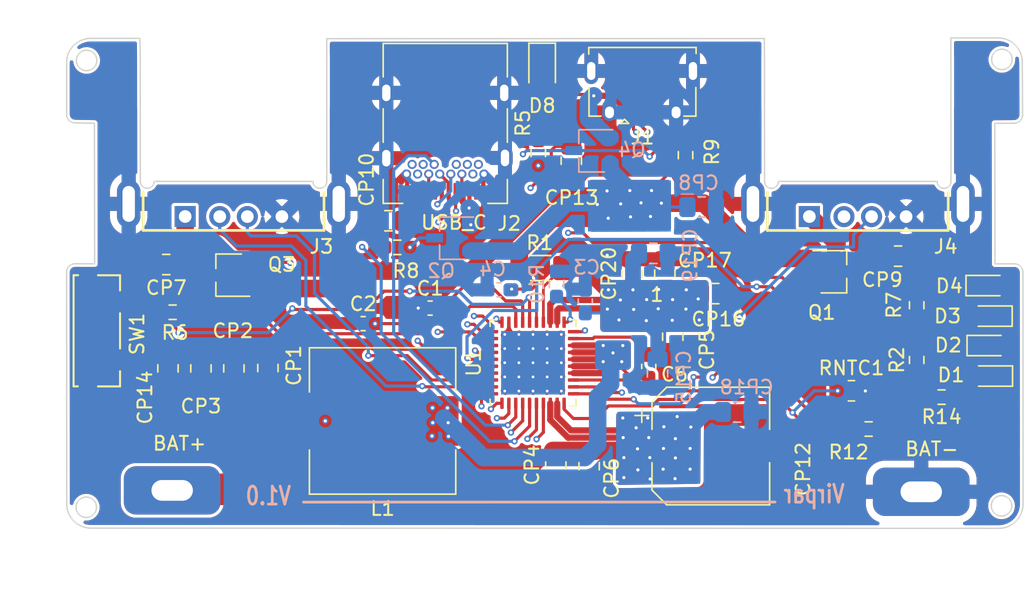
<source format=kicad_pcb>
(kicad_pcb (version 20211014) (generator pcbnew)
  (layers (0 "F.Cu" signal) (1 "In1.Cu" signal) (2 "In2.Cu" signal) (31 "B.Cu" signal) (34 "B.Paste" user) (35 "F.Paste" user) (36 "B.SilkS" user "B.Silkscreen") (37 "F.SilkS" user "F.Silkscreen") (38 "B.Mask" user) (39 "F.Mask" user) (44 "Edge.Cuts" user))
  (net 0 "")
  (net 1 "GND")
  (net 2 "Net-(C1-Pad2)")
  (net 3 "VBAT+")
  (net 4 "VSYS")
  (net 5 "VMID")
  (net 6 "Net-(C6-Pad1)")
  (net 7 "Net-(C6-Pad2)")
  (net 8 "VOUT1")
  (net 9 "VOUT2")
  (net 10 "VBUS")
  (net 11 "VIN")
  (net 12 "Net-(D1-Pad1)")
  (net 13 "Net-(D1-Pad2)")
  (net 14 "Net-(D3-Pad2)")
  (net 15 "Net-(D8-Pad2)")
  (net 16 "DMB")
  (net 17 "DPB")
  (net 20 "CC1")
  (net 21 "DPC")
  (net 22 "DMC")
  (net 28 "CC2")
  (net 32 "DPA1")
  (net 33 "DMA1")
  (net 34 "DPA2")
  (net 35 "DMA2")
  (net 36 "VOUT2G")
  (net 37 "VBUSG")
  (net 38 "VOUT1G")
  (net 39 "VING")
  (net 40 "Net-(R2-Pad1)")
  (net 41 "LIGHT")
  (net 42 "KEY")
  (net 43 "Net-(R6-Pad2)")
  (net 44 "Net-(R7-Pad1)")
  (net 45 "Net-(R10-Pad2)")
  (net 46 "Net-(R12-Pad1)")
  (footprint "Resistor_SMD:R_1206_3216Metric_Pad1.30x1.75mm_HandSolder" (layer "F.Cu") (at 156.3624 85.725)
    (fp_text reference "R1")
    (fp_text value "0.01R")
  )
  (footprint "Capacitor_SMD:CP_Elec_8x6.9" (layer "F.Cu") (at 168.6814 98.6155)
    (fp_text reference "CP12")
    (fp_text value "100uF/25V")
  )
  (footprint "Capacitor_SMD:C_0603_1608Metric_Pad1.08x0.95mm_HandSolder" (layer "F.Cu") (at 143.5 89.75)
    (fp_text reference "C2")
    (fp_text value "2.2uF/16V")
  )
  (footprint "Virpar:632723100011 USB C Receptacle Wurth" (layer "F.Cu") (at 152.1968 80.1624 180)
    (fp_text reference "J2")
    (fp_text value "USB_C")
  )
  (footprint "Capacitor_SMD:C_0805_2012Metric_Pad1.18x1.45mm_HandSolder" (layer "F.Cu") (at 158.575 77.95 -90)
    (fp_text reference "CP13")
    (fp_text value "10uF/25V")
  )
  (footprint "Capacitor_SMD:C_0805_2012Metric_Pad1.18x1.45mm_HandSolder" (layer "F.Cu") (at 145.325 82.3 180)
    (fp_text reference "CP10")
    (fp_text value "10uF/25V")
  )
  (footprint "Capacitor_SMD:C_0805_2012Metric_Pad1.18x1.45mm_HandSolder" (layer "F.Cu") (at 131.7498 92.9933 90)
    (fp_text reference "CP3")
    (fp_text value "22uF/16V")
  )
  (footprint "Virpar:Heat pads" (layer "F.Cu") (at 165.09 98.44)
    (fp_text reference "3" hide)
    (fp_text value "Heat pads")
  )
  (footprint "Virpar:Heat pads" (layer "F.Cu") (at 164.775 88.15)
    (fp_text reference "1")
    (fp_text value "Heat pads")
  )
  (footprint "Capacitor_SMD:C_0805_2012Metric_Pad1.18x1.45mm_HandSolder" (layer "F.Cu") (at 169 87.575)
    (fp_text reference "CP16")
    (fp_text value "22uF/25V")
  )
  (footprint "Capacitor_SMD:C_0805_2012Metric_Pad1.18x1.45mm_HandSolder" (layer "F.Cu") (at 182.245 84.8614)
    (fp_text reference "CP9")
    (fp_text value "10uF/25V")
  )
  (footprint "Capacitor_SMD:C_0603_1608Metric_Pad1.08x0.95mm_HandSolder" (layer "F.Cu") (at 148.35 88.625)
    (fp_text reference "C1")
    (fp_text value "2.2uF/16V")
  )
  (footprint "Capacitor_SMD:C_0805_2012Metric_Pad1.18x1.45mm_HandSolder" (layer "F.Cu") (at 165.35 86.125 90)
    (fp_text reference "CP17")
    (fp_text value "22uF/25V")
  )
  (footprint "Capacitor_SMD:C_0805_2012Metric_Pad1.18x1.45mm_HandSolder" (layer "F.Cu") (at 159.8676 100.076 -90)
    (fp_text reference "CP6")
    (fp_text value "22uF/25V")
  )
  (footprint "Capacitor_SMD:C_0805_2012Metric_Pad1.18x1.45mm_HandSolder" (layer "F.Cu") (at 129.3622 92.9894 90)
    (fp_text reference "CP14")
    (fp_text value "22uF/16V")
  )
  (footprint "Resistor_SMD:R_0603_1608Metric_Pad0.98x0.95mm_HandSolder" (layer "F.Cu") (at 180.1114 97.3836)
    (fp_text reference "R12")
    (fp_text value "82K")
  )
  (footprint "Capacitor_SMD:C_0805_2012Metric_Pad1.18x1.45mm_HandSolder" (layer "F.Cu") (at 134.1374 92.9933 90)
    (fp_text reference "CP2")
    (fp_text value "22uF/16V")
  )
  (footprint "LED_SMD:LED_0603_1608Metric_Pad1.05x0.95mm_HandSolder" (layer "F.Cu") (at 188.8744 93.5482 180)
    (fp_text reference "D1")
    (fp_text value "BLUE")
  )
  (footprint "Virpar:GCT_USB1020-XX-X-X_REVA3" (layer "F.Cu") (at 134.112 75.9968 180)
    (fp_text reference "J3")
    (fp_text value "USB_TYPE_A")
    (fp_line (start -5.75 -3.45) (end 5.75 -3.45) (layer "Edge.Cuts") (width 0.1))
    (fp_line (start -6.75 -3.45) (end -6.747356 5.531871) (layer "Edge.Cuts") (width 0.1))
    (fp_line (start 6.757629 5.549086) (end 6.75 -3.45) (layer "Edge.Cuts") (width 0.1))
    (fp_arc (start 5.75 -3.45) (mid 6.25 -3.95) (end 6.75 -3.45) (layer "Edge.Cuts") (width 0.1))
    (fp_arc (start -6.75 -3.45) (mid -6.25 -3.95) (end -5.75 -3.45) (layer "Edge.Cuts") (width 0.1))
  )
  (footprint "Virpar:L_10.4x10.4_H4.8" (layer "F.Cu") (at 144.907 96.7994 180)
    (fp_text reference "L1")
    (fp_text value "2.2uH")
  )
  (footprint "Virpar:BAT Pads" (layer "F.Cu") (at 129.667 101.8286)
    (fp_text reference "BAT+")
    (fp_text value "BAT Pads")
  )
  (footprint "LED_SMD:LED_0603_1608Metric_Pad1.05x0.95mm_HandSolder" (layer "F.Cu") (at 188.849 89.2048 180)
    (fp_text reference "D3")
    (fp_text value "BLUE")
  )
  (footprint "Capacitor_SMD:C_0805_2012Metric_Pad1.18x1.45mm_HandSolder" (layer "F.Cu") (at 162.975 86.125 90)
    (fp_text reference "CP20")
    (fp_text value "22uF/25V")
  )
  (footprint "Virpar:Heat pads" (layer "F.Cu") (at 162.96 80.92)
    (fp_text reference "2" hide)
    (fp_text value "Heat pads")
  )
  (footprint "Capacitor_SMD:C_0603_1608Metric_Pad1.08x0.95mm_HandSolder" (layer "F.Cu") (at 164.1856 92.8497 -90)
    (fp_text reference "C6")
    (fp_text value "100nF/25V")
  )
  (footprint "Resistor_SMD:R_0603_1608Metric_Pad0.98x0.95mm_HandSolder" (layer "F.Cu") (at 129.7 88.925)
    (fp_text reference "R6")
    (fp_text value "1k")
  )
  (footprint "Virpar:GCT_USB1020-XX-X-X_REVA3" (layer "F.Cu") (at 179.324 76 180)
    (fp_text reference "J4")
    (fp_text value "USB_TYPE_A")
    (fp_line (start -5.75 -3.45) (end 5.75 -3.45) (layer "Edge.Cuts") (width 0.1))
    (fp_line (start -6.75 -3.45) (end -6.747356 5.531871) (layer "Edge.Cuts") (width 0.1))
    (fp_line (start 6.757629 5.549086) (end 6.75 -3.45) (layer "Edge.Cuts") (width 0.1))
    (fp_arc (start 5.75 -3.45) (mid 6.25 -3.95) (end 6.75 -3.45) (layer "Edge.Cuts") (width 0.1))
    (fp_arc (start -6.75 -3.45) (mid -6.25 -3.95) (end -5.75 -3.45) (layer "Edge.Cuts") (width 0.1))
  )
  (footprint "Virpar:tactile micro switch" (layer "F.Cu") (at 120.5445 90.31847 -90)
    (fp_text reference "SW1")
    (fp_text value "SW_Push")
  )
  (footprint "Package_TO_SOT_SMD:TSOT-23" (layer "F.Cu") (at 133.7818 86.2584 180)
    (fp_text reference "Q3")
    (fp_text value "Q_NMOS_DSG")
  )
  (footprint "Capacitor_SMD:C_0805_2012Metric_Pad1.18x1.45mm_HandSolder" (layer "F.Cu") (at 165.925 90.7 -90)
    (fp_text reference "CP5")
    (fp_text value "22uF/25V")
  )
  (footprint "Package_TO_SOT_SMD:TSOT-23" (layer "F.Cu") (at 177.575 85.975)
    (fp_text reference "Q1")
    (fp_text value "Q_NMOS_DSG")
  )
  (footprint "Virpar:BAT Pads" (layer "F.Cu") (at 183.9214 101.9302)
    (fp_text reference "BAT-")
    (fp_text value "BAT Pads")
  )
  (footprint "Virpar:QFN-40-1EP_6x6mm_P0.5mm_EP4.6x4.6mm_ThermalVias" (layer "F.Cu") (at 155.8036 92.583 90)
    (fp_text reference "U1")
    (fp_text value "IP5328P")
  )
  (footprint "Resistor_SMD:R_0603_1608Metric_Pad0.98x0.95mm_HandSolder" (layer "F.Cu") (at 156.1846 77.3938 90)
    (fp_text reference "R5")
    (fp_text value "100R")
  )
  (footprint "LED_SMD:LED_0603_1608Metric_Pad1.05x0.95mm_HandSolder" (layer "F.Cu") (at 188.8998 91.3384)
    (fp_text reference "D2")
    (fp_text value "BLUE")
  )
  (footprint "LED_SMD:LED_0805_2012Metric_Pad1.15x1.40mm_HandSolder" (layer "F.Cu") (at 156.464 71.2978 -90)
    (fp_text reference "D8")
    (fp_text value "LED(GREEN)")
  )
  (footprint "Capacitor_SMD:C_0805_2012Metric_Pad1.18x1.45mm_HandSolder" (layer "F.Cu") (at 136.6012 92.964 90)
    (fp_text reference "CP1")
    (fp_text value "22uF/16V")
  )
  (footprint "Virpar:USB_Micro-AB_Molex_47590-0001" (layer "F.Cu") (at 163.7284 71.4502 180)
    (fp_text reference "J1")
    (fp_text value "USB_B_Micro")
  )
  (footprint "Resistor_SMD:R_0603_1608Metric_Pad0.98x0.95mm_HandSolder" (layer "F.Cu") (at 145.975 84.225)
    (fp_text reference "R8")
    (fp_text value "10K")
  )
  (footprint "Resistor_SMD:R_0603_1608Metric_Pad0.98x0.95mm_HandSolder" (layer "F.Cu") (at 185.3946 95.0722 180)
    (fp_text reference "R14")
    (fp_text value "120k")
  )
  (footprint "Resistor_SMD:R_0603_1608Metric_Pad0.98x0.95mm_HandSolder" (layer "F.Cu") (at 183.5912 92.3817 90)
    (fp_text reference "R2")
    (fp_text value "100R")
  )
  (footprint "Capacitor_SMD:C_0805_2012Metric_Pad1.18x1.45mm_HandSolder" (layer "F.Cu") (at 157.4546 100.0252 -90)
    (fp_text reference "CP4")
    (fp_text value "22uF/25V")
  )
  (footprint "Capacitor_SMD:C_0805_2012Metric_Pad1.18x1.45mm_HandSolder" (layer "F.Cu") (at 129.2391 85.471 180)
    (fp_text reference "CP7")
    (fp_text value "10uF/25V")
  )
  (footprint "Resistor_SMD:R_0603_1608Metric_Pad0.98x0.95mm_HandSolder" (layer "F.Cu") (at 183.5912 88.4174 -90)
    (fp_text reference "R7")
    (fp_text value "100R")
  )
  (footprint "LED_SMD:LED_0603_1608Metric_Pad1.05x0.95mm_HandSolder" (layer "F.Cu") (at 188.8236 86.995)
    (fp_text reference "D4")
    (fp_text value "BLUE")
  )
  (footprint "Resistor_SMD:R_0805_2012Metric_Pad1.20x1.40mm_HandSolder" (layer "F.Cu") (at 178.8668 94.615)
    (fp_text reference "RNTC1")
    (fp_text value "100K@25C")
  )
  (footprint "Resistor_SMD:R_0603_1608Metric_Pad0.98x0.95mm_HandSolder" (layer "F.Cu") (at 166.85 77.55 90)
    (fp_text reference "R9")
    (fp_text value "10K")
  )
  (footprint "Capacitor_SMD:C_0805_2012Metric_Pad1.18x1.45mm_HandSolder" (layer "B.Cu") (at 164.5158 84.6582)
    (fp_text reference "CP19")
    (fp_text value "22uF/25V")
  )
  (footprint "Capacitor_SMD:C_0603_1608Metric_Pad1.08x0.95mm_HandSolder" (layer "B.Cu") (at 159.5882 88.1126 90)
    (fp_text reference "C3")
    (fp_text value "100nF/25V")
  )
  (footprint "Capacitor_SMD:C_0603_1608Metric_Pad1.08x0.95mm_HandSolder" (layer "B.Cu") (at 153.3398 87.2998 180)
    (fp_text reference "C4")
    (fp_text value "100nF/25V")
  )
  (footprint "Package_TO_SOT_SMD:TSOT-23" (layer "B.Cu") (at 160.0708 77.216 180)
    (fp_text reference "Q4")
    (fp_text value "Q_PMOS_DSG")
  )
  (footprint "Resistor_SMD:R_0603_1608Metric_Pad0.98x0.95mm_HandSolder" (layer "B.Cu") (at 157.5054 86.868 -90)
    (fp_text reference "R10")
    (fp_text value "114k")
  )
  (footprint "Capacitor_SMD:C_0805_2012Metric_Pad1.18x1.45mm_HandSolder" (layer "B.Cu") (at 170.5864 96.1517)
    (fp_text reference "CP18")
    (fp_text value "22uF/25V")
  )
  (footprint "Package_TO_SOT_SMD:TSOT-23" (layer "B.Cu") (at 149.987 83.5406 180)
    (fp_text reference "Q2")
    (fp_text value "Q_PMOS_DSG")
  )
  (footprint "Capacitor_SMD:C_0805_2012Metric_Pad1.18x1.45mm_HandSolder" (layer "B.Cu") (at 164.8206 93.3577 -90)
    (fp_text reference "CP15")
    (fp_text value "22uF/25V")
  )
  (footprint "Capacitor_SMD:C_0805_2012Metric_Pad1.18x1.45mm_HandSolder" (layer "B.Cu") (at 168.021 81.3054)
    (fp_text reference "CP8")
    (fp_text value "25uF/25V")
  )
  (gr_line (start 139.18 102.676807) (end 173.33 102.67) (layer "B.SilkS") (width 0.2))
  (gr_circle (center 189.7634 70.612) (end 190.0428 71.2978) (layer "Edge.Cuts") (width 0.1) (fill none))
  (gr_line (start 186.068547 69.058084) (end 189.489325 69.057275) (layer "Edge.Cuts") (width 0.1))
  (gr_line (start 140.861626 69.108306) (end 172.560253 69.101499) (layer "Edge.Cuts") (width 0.1))
  (gr_line (start 122.0216 70.8406) (end 122.0216 74.5998) (layer "Edge.Cuts") (width 0.1))
  (gr_line (start 122.6312 75.2094) (end 124.033293 75.238184) (layer "Edge.Cuts") (width 0.1))
  (gr_circle (center 189.738 102.9462) (end 190.0174 103.632) (layer "Edge.Cuts") (width 0.1) (fill none))
  (gr_line (start 189.263856 85.421339) (end 190.675173 85.421139) (layer "Edge.Cuts") (width 0.1))
  (gr_line (start 122.018525 86.021722) (end 122.029118 102.80805) (layer "Edge.Cuts") (width 0.1))
  (gr_arc (start 191.262 74.6252) (mid 191.083452 75.056252) (end 190.6524 75.2348) (layer "Edge.Cuts") (width 0.1))
  (gr_arc (start 189.489325 69.057275) (mid 190.7286 69.5706) (end 191.241925 70.809875) (layer "Edge.Cuts") (width 0.1))
  (gr_line (start 189.248631 75.244395) (end 190.6524 75.2348) (layer "Edge.Cuts") (width 0.1))
  (gr_arc (start 191.292725 102.824525) (mid 190.7794 104.0638) (end 189.540125 104.577125) (layer "Edge.Cuts") (width 0.1))
  (gr_arc (start 122.6312 75.2094) (mid 122.200148 75.030852) (end 122.0216 74.5998) (layer "Edge.Cuts") (width 0.1))
  (gr_line (start 123.7742 69.088) (end 127.330199 69.088) (layer "Edge.Cuts") (width 0.1))
  (gr_arc (start 190.675173 85.421139) (mid 191.106225 85.599687) (end 191.284773 86.030739) (layer "Edge.Cuts") (width 0.1))
  (gr_circle (center 123.4694 70.6882) (end 123.7488 71.374) (layer "Edge.Cuts") (width 0.1) (fill none))
  (gr_line (start 191.284773 86.030739) (end 191.292725 102.824525) (layer "Edge.Cuts") (width 0.1))
  (gr_arc (start 122.0216 70.8406) (mid 122.534925 69.601325) (end 123.7742 69.088) (layer "Edge.Cuts") (width 0.1))
  (gr_circle (center 123.444 103.0478) (end 123.7234 103.7336) (layer "Edge.Cuts") (width 0.1) (fill none))
  (gr_arc (start 122.018525 86.021722) (mid 122.197073 85.59067) (end 122.628125 85.412122) (layer "Edge.Cuts") (width 0.1))
  (gr_line (start 172.566371 70.450914) (end 172.560253 69.101499) (layer "Edge.Cuts") (width 0.1))
  (gr_line (start 122.628125 85.412122) (end 124.048518 85.415128) (layer "Edge.Cuts") (width 0.1))
  (gr_line (start 124.033293 75.238184) (end 124.048518 85.415128) (layer "Edge.Cuts") (width 0.1))
  (gr_line (start 140.859356 70.464929) (end 140.861626 69.108306) (layer "Edge.Cuts") (width 0.1))
  (gr_line (start 189.248631 75.244395) (end 189.263856 85.421339) (layer "Edge.Cuts") (width 0.1))
  (gr_line (start 123.781718 104.56065) (end 189.540125 104.577125) (layer "Edge.Cuts") (width 0.1))
  (gr_line (start 191.241925 70.809875) (end 191.262 74.6252) (layer "Edge.Cuts") (width 0.1))
  (gr_line (start 127.330199 69.088) (end 127.354371 70.447714) (layer "Edge.Cuts") (width 0.1))
  (gr_line (start 186.071356 70.468129) (end 186.068547 69.058084) (layer "Edge.Cuts") (width 0.1))
  (gr_arc (start 123.781718 104.56065) (mid 122.542443 104.047325) (end 122.029118 102.80805) (layer "Edge.Cuts") (width 0.1))
  (gr_text "V1.0" (at 136.63 102.23) (layer "B.SilkS") (effects (font (size 1.3 1) (thickness 0.2)) (justify mirror)))
  (gr_text "Virpar" (at 176.16 102.09) (layer "B.SilkS") (effects (font (size 1.3 1) (thickness 0.2)) (justify mirror)))
  (segment (start 147.3625 88.5) (end 147.4875 88.625) (width 0.4572) (layer "F.Cu") (net 1))
  (segment (start 143.975 88.5) (end 147.3625 88.5) (width 0.4572) (layer "F.Cu") (net 1))
  (segment (start 154.0536 90.233) (end 153.7536 90.533) (width 0.2286) (layer "F.Cu") (net 1))
  (segment (start 142.725 89.75) (end 143.975 88.5) (width 0.4572) (layer "F.Cu") (net 1))
  (segment (start 142.6375 89.75) (end 142.725 89.75) (width 0.4572) (layer "F.Cu") (net 1))
  (segment (start 154.0536 89.6455) (end 154.0536 90.233) (width 0.2286) (layer "F.Cu") (net 1))
  (via (at 179.875 94.625) (size 0.4572) (drill 0.2286) (layers "F.Cu" "B.Cu") (net 1))
  (via (at 147.4875 88.625) (size 0.4572) (drill 0.2286) (layers "F.Cu" "B.Cu") (net 1))
  (via (at 161.175 84.8) (size 0.4572) (drill 0.2286) (layers "F.Cu" "B.Cu") (net 1))
  (segment (start 152.776444 87.062127) (end 150.775373 87.062127) (width 0.2286) (layer "F.Cu") (net 2))
  (segment (start 153.817225 88.102908) (end 152.776444 87.062127) (width 0.2286) (layer "F.Cu") (net 2))
  (segment (start 155.0536 89.6455) (end 155.0536 88.217171) (width 0.2286) (layer "F.Cu") (net 2))
  (segment (start 150.775373 87.062127) (end 149.5875 88.25) (width 0.2286) (layer "F.Cu") (net 2))
  (segment (start 154.939337 88.102908) (end 153.817225 88.102908) (width 0.2286) (layer "F.Cu") (net 2))
  (segment (start 149.5875 88.25) (end 149.5875 88.95) (width 0.2286) (layer "F.Cu") (net 2))
  (segment (start 155.0536 88.217171) (end 154.939337 88.102908) (width 0.2286) (layer "F.Cu") (net 2))
  (segment (start 140.204287 96.7994) (end 140.756996 96.7994) (width 2.286) (layer "F.Cu") (net 3))
  (segment (start 154.5536 88.7036) (end 154.35 88.5) (width 0.2286) (layer "F.Cu") (net 3))
  (segment (start 151.252182 88.5) (end 150.002182 89.75) (width 0.2286) (layer "F.Cu") (net 3))
  (segment (start 131.7498 94.0308) (end 129.3661 94.0308) (width 0.4572) (layer "F.Cu") (net 3))
  (segment (start 134.1374 94.0308) (end 136.571888 94.0308) (width 0.4572) (layer "F.Cu") (net 3))
  (segment (start 129.3661 94.0308) (end 129.3622 94.0269) (width 0.4572) (layer "F.Cu") (net 3))
  (segment (start 135.247865 101.755822) (end 140.204287 96.7994) (width 2.286) (layer "F.Cu") (net 3))
  (segment (start 150.002182 89.75) (end 144.3625 89.75) (width 0.2286) (layer "F.Cu") (net 3))
  (segment (start 129.126468 101.755822) (end 135.247865 101.755822) (width 2.286) (layer "F.Cu") (net 3))
  (segment (start 131.7498 94.0308) (end 134.1374 94.0308) (width 0.4572) (layer "F.Cu") (net 3))
  (segment (start 154.5536 89.6455) (end 154.5536 88.7036) (width 0.2286) (layer "F.Cu") (net 3))
  (segment (start 154.35 88.5) (end 151.252182 88.5) (width 0.2286) (layer "F.Cu") (net 3))
  (segment (start 136.6012 94.0015) (end 137.9591 94.0015) (width 0.4572) (layer "F.Cu") (net 3))
  (segment (start 137.9591 94.0015) (end 140.757 96.7994) (width 0.4572) (layer "F.Cu") (net 3))
  (via (at 140.756996 96.7994) (size 0.4572) (drill 0.2286) (layers "F.Cu" "B.Cu") (net 3))
  (via (at 144.3625 89.75) (size 0.4572) (drill 0.2286) (layers "F.Cu" "B.Cu") (net 3))
  (segment (start 163.0807 97.4852) (end 163.2712 97.2947) (width 0.2286) (layer "F.Cu") (net 4))
  (segment (start 157.932187 85.714775) (end 156.5536 87.093362) (width 0.2) (layer "F.Cu") (net 4))
  (segment (start 158.358888 98.0059) (end 162.3314 98.0059) (width 0.4572) (layer "F.Cu") (net 4))
  (segment (start 162.4076 88.0364) (end 163.0934 88.7222) (width 0.4572) (layer "F.Cu") (net 4))
  (segment (start 157.5536 88.7756) (end 157.6832 88.646) (width 0.4572) (layer "F.Cu") (net 4))
  (segment (start 157.5536 95.5205) (end 157.5536 96.492) (width 0.4572) (layer "F.Cu") (net 4))
  (segment (start 158.5468 97.4852) (end 163.0807 97.4852) (width 0.4572) (layer "F.Cu") (net 4))
  (segment (start 157.5536 89.6455) (end 157.5536 88.7756) (width 0.4572) (layer "F.Cu") (net 4))
  (segment (start 157.353 88.0364) (end 162.4076 88.0364) (width 0.4572) (layer "F.Cu") (net 4))
  (segment (start 157.0536 88.3358) (end 157.353 88.0364) (width 0.4572) (layer "F.Cu") (net 4))
  (segment (start 157.0536 95.5205) (end 157.0536 96.722324) (width 0.4572) (layer "F.Cu") (net 4))
  (segment (start 157.932196 85.714764) (end 159.679564 85.714764) (width 1.27) (layer "F.Cu") (net 4))
  (segment (start 161.992412 98.936912) (end 163.3982 100.3427) (width 1.27) (layer "F.Cu") (net 4))
  (segment (start 157.6832 88.646) (end 161.1376 88.646) (width 0.4572) (layer "F.Cu") (net 4))
  (segment (start 157.226 98.936912) (end 161.992412 98.936912) (width 1.27) (layer "F.Cu") (net 4))
  (segment (start 157.0536 89.6455) (end 157.0536 88.3358) (width 0.4572) (layer "F.Cu") (net 4))
  (segment (start 157.0536 96.722324) (end 158.342887 98.011611) (width 0.4572) (layer "F.Cu") (net 4))
  (segment (start 158.353177 98.011611) (end 158.358888 98.0059) (width 0.4572) (layer "F.Cu") (net 4))
  (segment (start 161.1376 88.646) (end 161.1884 88.6968) (width 0.4572) (layer "F.Cu") (net 4))
  (segment (start 159.679564 85.714764) (end 161.2646 87.2998) (width 1.27) (layer "F.Cu") (net 4))
  (segment (start 156.5536 87.093362) (end 156.5536 89.6455) (width 0.2) (layer "F.Cu") (net 4))
  (segment (start 157.5536 96.492) (end 158.5468 97.4852) (width 0.4572) (layer "F.Cu") (net 4))
  (via (at 165.2778 97.2185) (size 0.4572) (drill 0.2286) (layers "F.Cu" "B.Cu") (net 4))
  (via (at 163.2712 97.2947) (size 0.4572) (drill 0.2286) (layers "F.Cu" "B.Cu") (net 4))
  (via (at 162.3314 98.0059) (size 0.4572) (drill 0.2286) (layers "F.Cu" "B.Cu") (net 4))
  (via (at 165.9128 88.011) (size 0.4572) (drill 0.2286) (layers "F.Cu" "B.Cu") (net 4))
  (via (at 164.2618 99.4537) (size 0.4572) (drill 0.2286) (layers "F.Cu" "B.Cu") (net 4))
  (via (at 164.8968 87.2744) (size 0.4572) (drill 0.2286) (layers "F.Cu" "B.Cu") (net 4))
  (via (at 164.0332 88.011) (size 0.4572) (drill 0.2286) (layers "F.Cu" "B.Cu") (net 4))
  (via (at 163.3728 98.8187) (size 0.4572) (drill 0.2286) (layers "F.Cu" "B.Cu") (net 4))
  (via (at 163.3982 100.3427) (size 0.4572) (drill 0.2286) (layers "F.Cu" "B.Cu") (net 4))
  (via (at 162.0266 89.4842) (size 0.4572) (drill 0.2286) (layers "F.Cu" "B.Cu") (net 4))
  (via (at 164.0078 89.535) (size 0.4572) (drill 0.2286) (layers "F.Cu" "B.Cu") (net 4))
  (via (at 163.0934 88.7222) (size 0.4572) (drill 0.2286) (layers "F.Cu" "B.Cu") (net 4))
  (via (at 162.306 96.5835) (size 0.4572) (drill 0.2286) (layers "F.Cu" "B.Cu") (net 4))
  (via (at 166.116 98.0821) (size 0.4572) (drill 0.2286) (layers "F.Cu" "B.Cu") (net 4))
  (via (at 166.116 99.4791) (size 0.4572) (drill 0.2286) (layers "F.Cu" "B.Cu") (net 4))
  (via (at 167.2336 97.2439) (size 0.4572) (drill 0.2286) (layers "F.Cu" "B.Cu") (net 4))
  (via (at 161.1884 88.6968) (size 0.4572) (drill 0.2286) (layers "F.Cu" "B.Cu") (net 4))
  (via (at 166.243 96.4819) (size 0.4572) (drill 0.2286) (layers "F.Cu" "B.Cu") (net 4))
  (via (at 167.1828 100.2919) (size 0.4572) (drill 0.2286) (layers "F.Cu" "B.Cu") (net 4))
  (via (at 166.9034 87.2998) (size 0.4572) (drill 0.2286) (layers "F.Cu" "B.Cu") (net 4))
  (via (at 161.2646 87.2998) (size 0.4572) (drill 0.2286) (layers "F.Cu" "B.Cu") (net 4))
  (via (at 167.767 87.9602) (size 0.4572) (drill 0.2286) (layers "F.Cu" "B.Cu") (net 4))
  (via (at 162.3822 100.9015) (size 0.4572) (drill 0.2286) (layers "F.Cu" "B.Cu") (net 4))
  (via (at 164.1856 98.0059) (size 0.4572) (drill 0.2286) (layers "F.Cu" "B.Cu") (net 4))
  (via (at 162.1282 88.0364) (size 0.4572) (drill 0.2286) (layers "F.Cu" "B.Cu") (net 4))
  (via (at 167.1828 98.7933) (size 0.4572) (drill 0.2286) (layers "F.Cu" "B.Cu") (net 4))
  (via (at 167.8432 89.4842) (size 0.4572) (drill 0.2286) (layers "F.Cu" "B.Cu") (net 4))
  (via (at 165.2524 98.7933) (size 0.4572) (drill 0.2286) (layers "F.Cu" "B.Cu") (net 4))
  (via (at 164.2872 101.0031) (size 0.4572) (drill 0.2286) (layers "F.Cu" "B.Cu") (net 4))
  (via (at 166.878 88.6968) (size 0.4572) (drill 0.2286) (layers "F.Cu" "B.Cu") (net 4))
  (via (at 165.8874 89.5096) (size 0.4572) (drill 0.2286) (layers "F.Cu" "B.Cu") (net 4))
  (via (at 164.8714 88.6714) (size 0.4572) (drill 0.2286) (layers "F.Cu" "B.Cu") (net 4))
  (via (at 163.0426 87.2998) (size 0.4572) (drill 0.2286) (layers "F.Cu" "B.Cu") (net 4))
  (via (at 164.1094 96.5835) (size 0.4572) (drill 0.2286) (layers "F.Cu" "B.Cu") (net 4))
  (via (at 166.0906 100.9777) (size 0.4572) (drill 0.2286) (layers "F.Cu" "B.Cu") (net 4))
  (via (at 165.227 100.2919) (size 0.4572) (drill 0.2286) (layers "F.Cu" "B.Cu") (net 4))
  (via (at 162.3822 99.4537) (size 0.4572) (drill 0.2286) (layers "F.Cu" "B.Cu") (net 4))
  (segment (start 164.8714 90.3986) (end 164.0078 89.535) (width 1.143) (layer "B.Cu") (net 4))
  (segment (start 163.0426 85.0939) (end 163.0426 87.2998) (width 1.143) (layer "B.Cu") (net 4))
  (segment (start 168.3258 96.1517) (end 167.2336 97.2439) (width 1.143) (layer "B.Cu") (net 4))
  (segment (start 164.8714 91.4439) (end 164.8714 90.3986) (width 1.143) (layer "B.Cu") (net 4))
  (segment (start 169.548912 96.1517) (end 168.3258 96.1517) (width 1.143) (layer "B.Cu") (net 4))
  (segment (start 159.5882 88.9751) (end 160.9101 88.9751) (width 0.2286) (layer "B.Cu") (net 4))
  (segment (start 160.9101 88.9751) (end 161.1884 88.6968) (width 0.2286) (layer "B.Cu") (net 4))
  (segment (start 163.4783 84.6582) (end 163.0426 85.0939) (width 1.143) (layer "B.Cu") (net 4))
  (segment (start 168.1734 81.026) (end 165.1 81.026) (width 1.27) (layer "F.Cu") (net 5))
  (segment (start 166.85 78.4625) (end 166.0379 78.4625) (width 0.2286) (layer "F.Cu") (net 5))
  (segment (start 172.1724 85.025) (end 168.1734 81.026) (width 1.27) (layer "F.Cu") (net 5))
  (segment (start 154.81239 85.725) (end 154.81239 84.50641) (width 1.27) (layer "F.Cu") (net 5))
  (segment (start 156.0536 86.957093) (end 156.037279 86.940772) (width 0.2) (layer "F.Cu") (net 5))
  (segment (start 135.0918 87.2084) (end 141.972876 87.2084) (width 1.27) (layer "F.Cu") (net 5))
  (segment (start 156.0536 89.6455) (end 156.0536 86.957093) (width 0.2) (layer "F.Cu") (net 5))
  (segment (start 176.265 85.025) (end 172.1724 85.025) (width 1.27) (layer "F.Cu") (net 5))
  (segment (start 141.972876 87.2084) (end 143.235042 85.946234) (width 1.27) (layer "F.Cu") (net 5))
  (segment (start 166.0379 78.4625) (end 164.3888 80.1116) (width 0.2286) (layer "F.Cu") (net 5))
  (segment (start 144.278766 85.946234) (end 151.340566 85.946234) (width 1.27) (layer "F.Cu") (net 5))
  (segment (start 155.72 87.249) (end 156.0282 86.9408) (width 0.2286) (layer "F.Cu") (net 5))
  (segment (start 145.0625 84.225) (end 145.0625 85.1625) (width 0.2286) (layer "F.Cu") (net 5))
  (segment (start 145.0625 85.1625) (end 144.278766 85.946234) (width 0.2286) (layer "F.Cu") (net 5))
  (segment (start 151.340566 85.946234) (end 156.7688 80.518) (width 1.27) (layer "F.Cu") (net 5))
  (segment (start 161.5948 80.518) (end 162.1536 81.0768) (width 1.143) (layer "F.Cu") (net 5))
  (segment (start 157.2006 82.1182) (end 161.163 82.1182) (width 1.27) (layer "F.Cu") (net 5))
  (segment (start 156.0282 86.9408) (end 154.8124 85.725) (width 0.2) (layer "F.Cu") (net 5))
  (segment (start 143.235042 85.946234) (end 144.278766 85.946234) (width 1.27) (layer "F.Cu") (net 5))
  (segment (start 156.7688 80.518) (end 161.5948 80.518) (width 1.27) (layer "F.Cu") (net 5))
  (segment (start 154.2542 87.249) (end 155.72 87.249) (width 0.2286) (layer "F.Cu") (net 5))
  (segment (start 154.81239 84.50641) (end 157.2006 82.1182) (width 1.27) (layer "F.Cu") (net 5))
  (via (at 164.3126 81.9912) (size 0.4572) (drill 0.2286) (layers "F.Cu" "B.Cu") (net 5))
  (via (at 165.1 81.026) (size 0.4572) (drill 0.2286) (layers "F.Cu" "B.Cu") (net 5))
  (via (at 160.46 81.12) (size 0.4572) (drill 0.2286) (layers "F.Cu" "B.Cu") (net 5))
  (via (at 161.25 82.1182) (size 0.4572) (drill 0.2286) (layers "F.Cu" "B.Cu") (net 5))
  (via (at 162.814 80.1116) (size 0.4572) (drill 0.2286) (layers "F.Cu" "B.Cu") (net 5))
  (via (at 163.6268 81.0006) (size 0.4572) (drill 0.2286) (layers "F.Cu" "B.Cu") (net 5))
  (via (at 164.3888 80.1116) (size 0.4572) (drill 0.2286) (layers "F.Cu" "B.Cu") (net 5))
  (via (at 154.2542 87.249) (size 0.4572) (drill 0.2286) (layers "F.Cu" "B.Cu") (net 5))
  (via (at 161.163 80.137) (size 0.4572) (drill 0.2286) (layers "F.Cu" "B.Cu") (net 5))
  (via (at 162.8648 82.0166) (size 0.4572) (drill 0.2286) (layers "F.Cu" "B.Cu") (net 5))
  (via (at 162.1536 81.0768) (size 0.4572) (drill 0.2286) (layers "F.Cu" "B.Cu") (net 5))
  (segment (start 154.7266 84.4906) (end 158.2166 81.0006) (width 1.27) (layer "B.Cu") (net 5))
  (segment (start 154.2034 87.2998) (end 154.2542 87.249) (width 0.2286) (layer "B.Cu") (net 5))
  (segment (start 166.9835 81.3054) (end 165.3794 81.3054) (width 0.2286) (layer "B.Cu") (net 5))
  (segment (start 161.3808 78.6784) (end 162.814 80.1116) (width 1.27) (layer "B.Cu") (net 5))
  (segment (start 158.2166 81.0006) (end 163.6268 81.0006) (width 1.27) (layer "B.Cu") (net 5))
  (segment (start 161.3808 78.166) (end 161.3808 78.6784) (width 1.27) (layer "B.Cu") (net 5))
  (segment (start 165.3794 81.3054) (end 165.1 81.026) (width 0.2286) (layer "B.Cu") (net 5))
  (segment (start 151.297 84.4906) (end 154.7266 84.4906) (width 1.27) (layer "B.Cu") (net 5))
  (segment (start 158.7411 90.833) (end 160.1444 90.833) (width 0.2286) (layer "F.Cu") (net 6))
  (segment (start 160.1444 90.833) (end 160.2486 90.7288) (width 0.2286) (layer "F.Cu") (net 6))
  (segment (start 160.2486 90.7288) (end 162.9272 90.7288) (width 0.2286) (layer "F.Cu") (net 6))
  (segment (start 162.9272 90.7288) (end 164.1856 91.9872) (width 0.2286) (layer "F.Cu") (net 6))
  (segment (start 160.6336 92.833) (end 161.5948 91.8718) (width 0.4572) (layer "F.Cu") (net 7))
  (segment (start 160.885613 91.333) (end 160.896126 91.343513) (width 0.4572) (layer "F.Cu") (net 7))
  (segment (start 161.4036 93.333) (end 162.2298 92.5068) (width 0.4572) (layer "F.Cu") (net 7))
  (segment (start 158.7411 92.333) (end 160.7098 92.333) (width 0.4572) (layer "F.Cu") (net 7))
  (segment (start 162.2298 92.964) (end 162.9918 93.726) (width 0.2286) (layer "F.Cu") (net 7))
  (segment (start 162.9918 93.726) (end 164.1718 93.726) (width 0.2286) (layer "F.Cu") (net 7))
  (segment (start 158.7411 92.833) (end 160.6336 92.833) (width 0.4572) (layer "F.Cu") (net 7))
  (segment (start 162.2298 92.5068) (end 162.2298 92.964) (width 0.2286) (layer "F.Cu") (net 7))
  (segment (start 158.7411 93.333) (end 161.4036 93.333) (width 0.4572) (layer "F.Cu") (net 7))
  (segment (start 160.7098 92.333) (end 160.8836 92.5068) (width 0.4572) (layer "F.Cu") (net 7))
  (segment (start 158.7411 91.333) (end 160.885613 91.333) (width 0.4572) (layer "F.Cu") (net 7))
  (segment (start 160.914185 91.833) (end 160.914582 91.832603) (width 0.4572) (layer "F.Cu") (net 7))
  (segment (start 158.7411 91.833) (end 160.914185 91.833) (width 0.4572) (layer "F.Cu") (net 7))
  (segment (start 164.1718 93.726) (end 164.1856 93.7122) (width 0.2286) (layer "F.Cu") (net 7))
  (via (at 162.2298 92.5068) (size 0.4572) (drill 0.2286) (layers "F.Cu" "B.Cu") (net 7))
  (via (at 160.885613 91.333) (size 0.4572) (drill 0.2286) (layers "F.Cu" "B.Cu") (net 7))
  (via (at 162.306 91.3384) (size 0.4572) (drill 0.2286) (layers "F.Cu" "B.Cu") (net 7))
  (via (at 148.525 95.85) (size 0.4572) (drill 0.2286) (layers "F.Cu" "B.Cu") (net 7))
  (via (at 161.5948 91.8718) (size 0.4572) (drill 0.2286) (layers "F.Cu" "B.Cu") (net 7))
  (via (at 149.6822 97.917) (size 0.4572) (drill 0.2286) (layers "F.Cu" "B.Cu") (net 7))
  (via (at 148.4884 97.8916) (size 0.4572) (drill 0.2286) (layers "F.Cu" "B.Cu") (net 7))
  (via (at 149.606 95.8596) (size 0.4572) (drill 0.2286) (layers "F.Cu" "B.Cu") (net 7))
  (via (at 149.6568 96.9264) (size 0.4572) (drill 0.2286) (layers "F.Cu" "B.Cu") (net 7))
  (via (at 148.5392 96.9264) (size 0.4572) (drill 0.2286) (layers "F.Cu" "B.Cu") (net 7))
  (via (at 160.8836 92.5068) (size 0.4572) (drill 0.2286) (layers "F.Cu" "B.Cu") (net 7))
  (segment (start 149.336447 96.582043) (end 152.200969 99.446565) (width 1.27) (layer "B.Cu") (net 7))
  (segment (start 160.485936 95.055721) (end 161.423561 94.118096) (width 1.27) (layer "B.Cu") (net 7))
  (segment (start 161.423561 92.043039) (end 161.5948 91.8718) (width 1.27) (layer "B.Cu") (net 7))
  (segment (start 161.423561 94.118096) (end 161.423561 92.043039) (width 1.27) (layer "B.Cu") (net 7))
  (segment (start 159.553693 99.446565) (end 160.485936 98.514322) (width 1.27) (layer "B.Cu") (net 7))
  (segment (start 152.200969 99.446565) (end 159.553693 99.446565) (width 1.27) (layer "B.Cu") (net 7))
  (segment (start 160.485936 98.514322) (end 160.485936 95.055721) (width 1.27) (layer "B.Cu") (net 7))
  (segment (start 130.6068 84.181798) (end 130.6068 81.9912) (width 1.27) (layer "F.Cu") (net 8))
  (segment (start 130.6068 85.1408) (end 130.6068 84.181798) (width 1.27) (layer "F.Cu") (net 8))
  (segment (start 149.786547 93.333) (end 152.8661 93.333) (width 0.2286) (layer "F.Cu") (net 8))
  (segment (start 147.450337 90.99679) (end 149.786547 93.333) (width 0.2286) (layer "F.Cu") (net 8))
  (segment (start 138.225 85.35) (end 138.1834 85.3084) (width 0.2286) (layer "F.Cu") (net 8))
  (segment (start 130.2766 85.471) (end 130.6068 85.1408) (width 1.143) (layer "F.Cu") (net 8))
  (segment (start 132.906795 84.181798) (end 130.6068 84.181798) (width 1.27) (layer "F.Cu") (net 8))
  (segment (start 134.0334 85.3084) (end 132.9068 84.1818) (width 1.27) (layer "F.Cu") (net 8))
  (segment (start 135.0918 85.3084) (end 134.0334 85.3084) (width 1.27) (layer "F.Cu") (net 8))
  (segment (start 138.1834 85.3084) (end 135.0918 85.3084) (width 0.2286) (layer "F.Cu") (net 8))
  (via (at 138.225 85.35) (size 0.4572) (drill 0.2286) (layers "F.Cu" "B.Cu") (net 8))
  (via (at 147.450337 90.99679) (size 0.4572) (drill 0.2286) (layers "F.Cu" "B.Cu") (net 8))
  (segment (start 158.35 83.175) (end 159.425 83.175) (width 0.2286) (layer "F.Cu") (net 9))
  (segment (start 177.508484 86.058502) (end 177.508484 84.358502) (width 0.8128) (layer "F.Cu") (net 9))
  (segment (start 174.375 86.925) (end 176.265 86.925) (width 0.2286) (layer "F.Cu") (net 9))
  (segment (start 175.869397 81.9944) (end 177.824994 83.949997) (width 1.27) (layer "F.Cu") (net 9))
  (segment (start 181.2075 84.8614) (end 178.736397 84.8614) (width 0.2286) (layer "F.Cu") (net 9))
  (segment (start 169.075 83.875) (end 171.6 86.4) (width 0.2286) (layer "F.Cu") (net 9))
  (segment (start 177.508484 84.358502) (end 177.852024 84.014962) (width 0.8128) (layer "F.Cu") (net 9))
  (segment (start 152.8661 91.833) (end 151.733 91.833) (width 0.2286) (layer "F.Cu") (net 9))
  (segment (start 178.736397 84.8614) (end 177.824994 83.949997) (width 0.2286) (layer "F.Cu") (net 9))
  (segment (start 160.125 83.875) (end 169.075 83.875) (width 0.2286) (layer "F.Cu") (net 9))
  (segment (start 176.628273 86.924998) (end 177.482475 86.070821) (width 0.8128) (layer "F.Cu") (net 9))
  (segment (start 175.8188 81.9944) (end 175.869397 81.9944) (width 1.27) (layer "F.Cu") (net 9))
  (segment (start 176.265 86.925) (end 176.628281 86.925) (width 0.6096) (layer "F.Cu") (net 9))
  (segment (start 173.85 86.4) (end 174.375 86.925) (width 0.2286) (layer "F.Cu") (net 9))
  (segment (start 159.425 83.175) (end 160.125 83.875) (width 0.2286) (layer "F.Cu") (net 9))
  (segment (start 171.6 86.4) (end 173.85 86.4) (width 0.2286) (layer "F.Cu") (net 9))
  (segment (start 151.733 91.833) (end 151.6 91.7) (width 0.2286) (layer "F.Cu") (net 9))
  (via (at 158.35 83.175) (size 0.4572) (drill 0.2286) (layers "F.Cu" "B.Cu") (net 9))
  (via (at 151.6 91.7) (size 0.4572) (drill 0.2286) (layers "F.Cu" "B.Cu") (net 9))
  (segment (start 148.245918 78.916399) (end 148.245918 80.119274) (width 0.2286) (layer "F.Cu") (net 10))
  (segment (start 152.8661 90.833) (end 152.559883 90.833) (width 0.2286) (layer "F.Cu") (net 10))
  (segment (start 150.646296 80.119274) (end 150.696422 80.1694) (width 0.2286) (layer "F.Cu") (net 10))
  (segment (start 151.526883 89.8) (end 151.05 89.8) (width 0.2286) (layer "F.Cu") (net 10))
  (segment (start 150.646296 78.916399) (end 150.646296 80.119274) (width 0.2286) (layer "F.Cu") (net 10))
  (segment (start 152.559883 90.833) (end 151.526883 89.8) (width 0.2286) (layer "F.Cu") (net 10))
  (segment (start 148.195792 81.179208) (end 148.195792 80.1694) (width 0.2286) (layer "F.Cu") (net 10))
  (segment (start 148.245918 80.119274) (end 148.195792 80.1694) (width 0.2286) (layer "F.Cu") (net 10))
  (segment (start 147.075 82.3) (end 148.195792 81.179208) (width 0.2286) (layer "F.Cu") (net 10))
  (segment (start 150.696422 80.896422) (end 151.175 81.375) (width 0.4572) (layer "F.Cu") (net 10))
  (segment (start 150.696422 80.1694) (end 150.696422 80.896422) (width 0.4572) (layer "F.Cu") (net 10))
  (segment (start 146.3625 82.3) (end 147.075 82.3) (width 0.2286) (layer "F.Cu") (net 10))
  (via (at 151.297 82.5906) (size 0.4572) (drill 0.2286) (layers "F.Cu" "B.Cu") (net 10))
  (via (at 151.05 89.8) (size 0.4572) (drill 0.2286) (layers "F.Cu" "B.Cu") (net 10))
  (via (at 151.175009 81.374996) (size 0.6858) (drill 0.2286) (layers "F.Cu" "B.Cu") (net 10))
  (segment (start 151.297 81.497) (end 151.297 82.5906) (width 1.27) (layer "B.Cu") (net 10))
  (segment (start 151.175 81.375) (end 151.297 81.497) (width 1.27) (layer "B.Cu") (net 10))
  (segment (start 160.100017 73.15) (end 160.20001 73.249993) (width 0.2286) (layer "F.Cu") (net 11))
  (segment (start 153.3955 89.6455) (end 153.15 89.4) (width 0.2286) (layer "F.Cu") (net 11))
  (segment (start 157.125 79.3) (end 157.125 77.2) (width 0.2286) (layer "F.Cu") (net 11))
  (segment (start 158.8 73.15) (end 160.100017 73.15) (width 0.2286) (layer "F.Cu") (net 11))
  (segment (start 153.5536 89.6455) (end 153.3955 89.6455) (width 0.2286) (layer "F.Cu") (net 11))
  (segment (start 162.4284 74.1252) (end 161.5532 73.25) (width 0.4572) (layer "F.Cu") (net 11))
  (segment (start 157.125 77.2) (end 157.4125 76.9125) (width 0.2286) (layer "F.Cu") (net 11))
  (segment (start 155.625 79.925) (end 156.175 79.375) (width 0.2286) (layer "F.Cu") (net 11))
  (segment (start 158.575 73.375) (end 158.8 73.15) (width 0.2286) (layer "F.Cu") (net 11))
  (segment (start 157.05 79.375) (end 157.125 79.3) (width 0.2286) (layer "F.Cu") (net 11))
  (segment (start 157.4125 76.9125) (end 158.575 76.9125) (width 0.2286) (layer "F.Cu") (net 11))
  (segment (start 156.175 79.375) (end 157.05 79.375) (width 0.2286) (layer "F.Cu") (net 11))
  (segment (start 161.5532 73.25) (end 160.2 73.25) (width 0.4572) (layer "F.Cu") (net 11))
  (segment (start 158.575 76.9125) (end 158.575 73.375) (width 0.2286) (layer "F.Cu") (net 11))
  (via (at 153.15 89.4) (size 0.4572) (drill 0.2286) (layers "F.Cu" "B.Cu") (net 11))
  (via (at 160.20001 73.249993) (size 0.6858) (drill 0.2286) (layers "F.Cu" "B.Cu") (net 11))
  (via (at 155.625 79.925) (size 0.4572) (drill 0.2286) (layers "F.Cu" "B.Cu") (net 11))
  (segment (start 159.825 73.625) (end 159.825 74.9) (width 1.27) (layer "B.Cu") (net 11))
  (segment (start 160.2 73.25) (end 159.825 73.625) (width 1.27) (layer "B.Cu") (net 11))
  (segment (start 159.825 74.9) (end 161.191 76.266) (width 1.27) (layer "B.Cu") (net 11))
  (segment (start 161.191 76.266) (end 161.3808 76.266) (width 1.27) (layer "B.Cu") (net 11))
  (segment (start 186.3071 95.4297) (end 186.3071 95.0722) (width 0.2286) (layer "F.Cu") (net 12))
  (segment (start 189.6986 86.995) (end 189.6986 89.1794) (width 0.2286) (layer "F.Cu") (net 12))
  (segment (start 188.4426 95.0722) (end 186.3071 95.0722) (width 0.2286) (layer "F.Cu") (net 12))
  (segment (start 162.3114 93.833) (end 163.0934 94.615) (width 0.2286) (layer "F.Cu") (net 12))
  (segment (start 175.7934 96.0882) (end 185.6486 96.0882) (width 0.2286) (layer "F.Cu") (net 12))
  (segment (start 189.7494 93.5482) (end 189.7494 93.7654) (width 0.2286) (layer "F.Cu") (net 12))
  (segment (start 174.3202 94.615) (end 175.7934 96.0882) (width 0.2286) (layer "F.Cu") (net 12))
  (segment (start 189.724 89.2048) (end 189.724 91.2876) (width 0.2286) (layer "F.Cu") (net 12))
  (segment (start 189.724 91.2876) (end 189.7748 91.3384) (width 0.2286) (layer "F.Cu") (net 12))
  (segment (start 163.0934 94.615) (end 174.3202 94.615) (width 0.2286) (layer "F.Cu") (net 12))
  (segment (start 185.6486 96.0882) (end 186.3071 95.4297) (width 0.2286) (layer "F.Cu") (net 12))
  (segment (start 158.7411 93.833) (end 162.3114 93.833) (width 0.2286) (layer "F.Cu") (net 12))
  (segment (start 189.7494 93.7654) (end 188.4426 95.0722) (width 0.2286) (layer "F.Cu") (net 12))
  (segment (start 189.7748 91.3384) (end 189.7748 93.5228) (width 0.2286) (layer "F.Cu") (net 12))
  (segment (start 189.7748 93.5228) (end 189.7494 93.5482) (width 0.2286) (layer "F.Cu") (net 12))
  (segment (start 189.6986 89.1794) (end 189.724 89.2048) (width 0.2286) (layer "F.Cu") (net 12))
  (segment (start 183.5912 91.4692) (end 187.894 91.4692) (width 0.2286) (layer "F.Cu") (net 13))
  (segment (start 188.0248 93.5228) (end 187.9994 93.5482) (width 0.2286) (layer "F.Cu") (net 13))
  (segment (start 187.894 91.4692) (end 188.0248 91.3384) (width 0.2286) (layer "F.Cu") (net 13))
  (segment (start 188.0248 91.3384) (end 188.0248 93.5228) (width 0.2286) (layer "F.Cu") (net 13))
  (segment (start 183.5912 89.3299) (end 187.8489 89.3299) (width 0.2286) (layer "F.Cu") (net 14))
  (segment (start 187.8489 89.3299) (end 187.974 89.2048) (width 0.2286) (layer "F.Cu") (net 14))
  (segment (start 187.974 87.0204) (end 187.9486 86.995) (width 0.2286) (layer "F.Cu") (net 14))
  (segment (start 187.974 89.2048) (end 187.974 87.0204) (width 0.2286) (layer "F.Cu") (net 14))
  (segment (start 156.1846 76.4813) (end 156.464 76.2019) (width 0.2286) (layer "F.Cu") (net 15))
  (segment (start 156.464 76.2019) (end 156.464 72.3228) (width 0.2286) (layer "F.Cu") (net 15))
  (segment (start 156.0536 97.4384) (end 155.3972 98.0948) (width 0.2286) (layer "F.Cu") (net 16))
  (segment (start 156.0536 95.5205) (end 156.0536 97.4384) (width 0.2286) (layer "F.Cu") (net 16))
  (segment (start 163.0784 75.6784) (end 163.0784 74.1252) (width 0.2286) (layer "F.Cu") (net 16))
  (segment (start 163.275 75.875) (end 163.0784 75.6784) (width 0.2286) (layer "F.Cu") (net 16))
  (via (at 155.3972 98.0948) (size 0.4572) (drill 0.2286) (layers "F.Cu" "B.Cu") (net 16))
  (via (at 163.275 75.875) (size 0.4572) (drill 0.2286) (layers "F.Cu" "B.Cu") (net 16))
  (segment (start 156.5536 97.6242) (end 156.0576 98.1202) (width 0.2286) (layer "F.Cu") (net 17))
  (segment (start 156.5536 95.5205) (end 156.5536 97.6242) (width 0.2286) (layer "F.Cu") (net 17))
  (segment (start 164.084 75.8698) (end 163.7284 75.5142) (width 0.2286) (layer "F.Cu") (net 17))
  (segment (start 163.7284 75.5142) (end 163.7284 74.1252) (width 0.2286) (layer "F.Cu") (net 17))
  (via (at 164.084 75.8698) (size 0.4572) (drill 0.2286) (layers "F.Cu" "B.Cu") (net 17))
  (via (at 156.0576 98.1202) (size 0.4572) (drill 0.2286) (layers "F.Cu" "B.Cu") (net 17))
  (segment (start 154.0536 96.2634) (end 153.7462 96.5708) (width 0.2286) (layer "F.Cu") (net 20))
  (segment (start 150.196296 81.571296) (end 150.196296 80.1694) (width 0.2286) (layer "F.Cu") (net 20))
  (segment (start 154.0536 95.5205) (end 154.0536 96.2634) (width 0.2286) (layer "F.Cu") (net 20))
  (segment (start 153.7462 96.5708) (end 153.7208 96.5962) (width 0.2286) (layer "F.Cu") (net 20))
  (segment (start 153.7208 96.5962) (end 153.1874 96.5962) (width 0.2286) (layer "F.Cu") (net 20))
  (segment (start 150.225 81.6) (end 150.196296 81.571296) (width 0.2286) (layer "F.Cu") (net 20))
  (via (at 153.1874 96.5962) (size 0.4572) (drill 0.2286) (layers "F.Cu" "B.Cu") (net 20))
  (via (at 150.225 81.6) (size 0.4572) (drill 0.2286) (layers "F.Cu" "B.Cu") (net 20))
  (segment (start 148.95 82.4) (end 149.69617 81.65383) (width 0.2286) (layer "F.Cu") (net 21))
  (segment (start 149.69617 81.65383) (end 149.69617 80.1694) (width 0.2286) (layer "F.Cu") (net 21))
  (segment (start 149.69617 79.566525) (end 149.69617 80.1694) (width 0.2286) (layer "F.Cu") (net 21))
  (segment (start 155.5536 95.5205) (end 155.5536 97.1764) (width 0.2286) (layer "F.Cu") (net 21))
  (segment (start 155.5536 97.1764) (end 154.4574 98.2726) (width 0.2286) (layer "F.Cu") (net 21))
  (segment (start 149.046044 78.916399) (end 149.69617 79.566525) (width 0.2286) (layer "F.Cu") (net 21))
  (via (at 148.95 82.4) (size 0.4572) (drill 0.2286) (layers "F.Cu" "B.Cu") (net 21))
  (via (at 143.425 84.2) (size 0.4572) (drill 0.2286) (layers "F.Cu" "B.Cu") (net 21))
  (via (at 154.4574 98.2726) (size 0.4572) (drill 0.2286) (layers "F.Cu" "B.Cu") (net 21))
  (segment (start 152.647618 98.2726) (end 144.807 90.431982) (width 0.2286) (layer "B.Cu") (net 21))
  (segment (start 154.4574 98.2726) (end 152.647618 98.2726) (width 0.2286) (layer "B.Cu") (net 21))
  (segment (start 144.807 90.431982) (end 144.807 85.582) (width 0.2286) (layer "B.Cu") (net 21))
  (segment (start 144.807 85.582) (end 143.425 84.2) (width 0.2286) (layer "B.Cu") (net 21))
  (segment (start 155.0536 96.7874) (end 154.2034 97.6376) (width 0.2286) (layer "F.Cu") (net 22))
  (segment (start 155.0536 95.5205) (end 155.0536 96.7874) (width 0.2286) (layer "F.Cu") (net 22))
  (segment (start 149.196044 80.782644) (end 148.876844 81.101844) (width 0.2286) (layer "F.Cu") (net 22))
  (segment (start 149.196044 80.1694) (end 149.196044 80.782644) (width 0.2286) (layer "F.Cu") (net 22))
  (via (at 148.876844 81.101844) (size 0.4572) (drill 0.2286) (layers "F.Cu" "B.Cu") (net 22))
  (via (at 154.2034 97.6376) (size 0.4572) (drill 0.2286) (layers "F.Cu" "B.Cu") (net 22))
  (segment (start 149.84617 80.132518) (end 149.84617 78.916399) (width 0.2286) (layer "B.Cu") (net 22))
  (segment (start 148.876844 81.101844) (end 149.84617 80.132518) (width 0.2286) (layer "B.Cu") (net 22))
  (segment (start 154.5536 95.5205) (end 154.5536 96.5254) (width 0.2286) (layer "F.Cu") (net 28))
  (segment (start 154.5536 96.5254) (end 153.9748 97.1042) (width 0.2286) (layer "F.Cu") (net 28))
  (via (at 153.9748 97.1042) (size 0.4572) (drill 0.2286) (layers "F.Cu" "B.Cu") (net 28))
  (segment (start 152.3492 97.1042) (end 148.583263 93.338263) (width 0.2286) (layer "B.Cu") (net 28))
  (segment (start 153.9748 97.1042) (end 152.3492 97.1042) (width 0.2286) (layer "B.Cu") (net 28))
  (segment (start 148.589593 93.348358) (end 145.707487 90.466252) (width 0.2286) (layer "B.Cu") (net 28))
  (segment (start 148.02076 77.591114) (end 148.646044 78.216398) (width 0.2286) (layer "B.Cu") (net 28))
  (segment (start 146.742924 77.591114) (end 148.02076 77.591114) (width 0.2286) (layer "B.Cu") (net 28))
  (segment (start 145.707487 78.626551) (end 146.742924 77.591114) (width 0.2286) (layer "B.Cu") (net 28))
  (segment (start 145.707487 90.466252) (end 145.707487 78.626551) (width 0.2286) (layer "B.Cu") (net 28))
  (segment (start 152.8581 94.325) (end 152.8661 94.333) (width 0.2286) (layer "F.Cu") (net 32))
  (segment (start 147.780936 94.275971) (end 147.829965 94.325) (width 0.2286) (layer "F.Cu") (net 32))
  (segment (start 147.829965 94.325) (end 152.8581 94.325) (width 0.2286) (layer "F.Cu") (net 32))
  (via (at 147.780936 94.275971) (size 0.4572) (drill 0.2286) (layers "F.Cu" "B.Cu") (net 32))
  (segment (start 145.150971 94.275971) (end 139.35 88.475) (width 0.2286) (layer "B.Cu") (net 32))
  (segment (start 134.326318 84.125) (end 133.112 82.910682) (width 0.2286) (layer "B.Cu") (net 32))
  (segment (start 138.3 84.125) (end 134.326318 84.125) (width 0.2286) (layer "B.Cu") (net 32))
  (segment (start 139.35 85.175) (end 138.3 84.125) (width 0.2286) (layer "B.Cu") (net 32))
  (segment (start 133.112 82.910682) (end 133.112 81.9968) (width 0.2286) (layer "B.Cu") (net 32))
  (segment (start 147.780936 94.275971) (end 145.150971 94.275971) (width 0.2286) (layer "B.Cu") (net 32))
  (segment (start 139.35 88.475) (end 139.35 85.175) (width 0.2286) (layer "B.Cu") (net 32))
  (segment (start 148.458 93.833) (end 152.8661 93.833) (width 0.2286) (layer "F.Cu") (net 33))
  (segment (start 143.873286 92.066843) (end 146.691843 92.066843) (width 0.2286) (layer "F.Cu") (net 33))
  (segment (start 146.691843 92.066843) (end 148.458 93.833) (width 0.2286) (layer "F.Cu") (net 33))
  (via (at 143.873286 92.066843) (size 0.4572) (drill 0.2286) (layers "F.Cu" "B.Cu") (net 33))
  (segment (start 143.873286 91.448286) (end 139.975 87.55) (width 0.2286) (layer "B.Cu") (net 33))
  (segment (start 135.112 83.137) (end 135.112 81.9968) (width 0.2286) (layer "B.Cu") (net 33))
  (segment (start 139.975 84.725) (end 138.65 83.4) (width 0.2286) (layer "B.Cu") (net 33))
  (segment (start 143.873286 92.066843) (end 143.873286 91.448286) (width 0.2286) (layer "B.Cu") (net 33))
  (segment (start 139.975 87.55) (end 139.975 84.725) (width 0.2286) (layer "B.Cu") (net 33))
  (segment (start 135.375 83.4) (end 135.112 83.137) (width 0.2286) (layer "B.Cu") (net 33))
  (segment (start 138.65 83.4) (end 135.375 83.4) (width 0.2286) (layer "B.Cu") (net 33))
  (segment (start 153.1709 95.5205) (end 152.7556 95.9358) (width 0.2286) (layer "F.Cu") (net 34))
  (segment (start 153.5536 95.5205) (end 153.1709 95.5205) (width 0.2286) (layer "F.Cu") (net 34))
  (via (at 152.7556 95.9358) (size 0.4572) (drill 0.2286) (layers "F.Cu" "B.Cu") (net 34))
  (segment (start 152.2476 95.0468) (end 152.0698 95.2246) (width 0.2286) (layer "F.Cu") (net 35))
  (segment (start 152.8661 94.833) (end 152.4614 94.833) (width 0.2286) (layer "F.Cu") (net 35))
  (segment (start 152.4614 94.833) (end 152.2476 95.0468) (width 0.2286) (layer "F.Cu") (net 35))
  (segment (start 152.0698 95.2246) (end 152.0698 95.7326) (width 0.2286) (layer "F.Cu") (net 35))
  (via (at 152.0698 95.7326) (size 0.4572) (drill 0.2286) (layers "F.Cu" "B.Cu") (net 35))
  (via (at 170.7642 89.2302) (size 0.4572) (drill 0.2286) (layers "F.Cu" "B.Cu") (net 35))
  (segment (start 175.7934 84.201) (end 179.0192 84.201) (width 0.2286) (layer "B.Cu") (net 35))
  (segment (start 179.0192 83.3048) (end 180.324 82) (width 0.2286) (layer "B.Cu") (net 35))
  (segment (start 179.0192 84.201) (end 179.0192 83.3048) (width 0.2286) (layer "B.Cu") (net 35))
  (segment (start 170.7642 89.2302) (end 175.7934 84.201) (width 0.2286) (layer "B.Cu") (net 35))
  (segment (start 178.885 87.665) (end 178.885 85.975) (width 0.2286) (layer "F.Cu") (net 36))
  (segment (start 152.8661 92.333) (end 151.053065 92.333) (width 0.2286) (layer "F.Cu") (net 36))
  (segment (start 173.075 87.075) (end 174.725 88.725) (width 0.2286) (layer "F.Cu") (net 36))
  (segment (start 174.725 88.725) (end 177.825 88.725) (width 0.2286) (layer "F.Cu") (net 36))
  (segment (start 172 87.075) (end 173.075 87.075) (width 0.2286) (layer "F.Cu") (net 36))
  (segment (start 177.825 88.725) (end 178.885 87.665) (width 0.2286) (layer "F.Cu") (net 36))
  (segment (start 151.053065 92.333) (end 151.020763 92.300698) (width 0.2286) (layer "F.Cu") (net 36))
  (via (at 172 87.075) (size 0.4572) (drill 0.2286) (layers "F.Cu" "B.Cu") (net 36))
  (via (at 151.05 92.25) (size 0.4572) (drill 0.2286) (layers "F.Cu" "B.Cu") (net 36))
  (segment (start 151.022817 90.702512) (end 152.925329 88.8) (width 0.2286) (layer "B.Cu") (net 36))
  (segment (start 151.022817 92.297817) (end 151.022817 90.702512) (width 0.2286) (layer "B.Cu") (net 36))
  (segment (start 171 87.075) (end 172 87.075) (width 0.2286) (layer "B.Cu") (net 36))
  (segment (start 152.925329 88.8) (end 156.075 88.8) (width 0.2286) (layer "B.Cu") (net 36))
  (segment (start 158.362219 83.65) (end 167.575 83.65) (width 0.2286) (layer "B.Cu") (net 36))
  (segment (start 167.575 83.65) (end 171 87.075) (width 0.2286) (layer "B.Cu") (net 36))
  (segment (start 156.075 85.937219) (end 158.362219 83.65) (width 0.2286) (layer "B.Cu") (net 36))
  (segment (start 156.075 88.8) (end 156.075 85.937219) (width 0.2286) (layer "B.Cu") (net 36))
  (segment (start 152.175 91.175) (end 151.35 90.35) (width 0.2286) (layer "F.Cu") (net 37))
  (segment (start 152.333 91.333) (end 152.175 91.175) (width 0.2286) (layer "F.Cu") (net 37))
  (segment (start 151.35 90.35) (end 148.9 90.35) (width 0.2286) (layer "F.Cu") (net 37))
  (segment (start 152.8661 91.333) (end 152.333 91.333) (width 0.2286) (layer "F.Cu") (net 37))
  (via (at 146.8875 84.225) (size 0.4572) (drill 0.2286) (layers "F.Cu" "B.Cu") (net 37))
  (via (at 148.9 90.35) (size 0.4572) (drill 0.2286) (layers "F.Cu" "B.Cu") (net 37))
  (segment (start 148.677 83.5406) (end 147.5719 83.5406) (width 0.2286) (layer "B.Cu") (net 37))
  (segment (start 147.5719 83.5406) (end 146.8875 84.225) (width 0.2286) (layer "B.Cu") (net 37))
  (segment (start 133.2 88.725) (end 132.4718 87.9968) (width 0.2286) (layer "F.Cu") (net 38))
  (segment (start 150.28522 92.833) (end 147.932842 90.480622) (width 0.2286) (layer "F.Cu") (net 38))
  (segment (start 135.675 88.725) (end 133.2 88.725) (width 0.2286) (layer "F.Cu") (net 38))
  (segment (start 147.932842 90.480622) (end 137.430622 90.480622) (width 0.2286) (layer "F.Cu") (net 38))
  (segment (start 137.430622 90.480622) (end 135.675 88.725) (width 0.2286) (layer "F.Cu") (net 38))
  (segment (start 152.8661 92.833) (end 150.28522 92.833) (width 0.2286) (layer "F.Cu") (net 38))
  (segment (start 132.4718 87.9968) (end 132.4718 86.2584) (width 0.2286) (layer "F.Cu") (net 38))
  (segment (start 152.8661 90.333) (end 152.8661 89.9161) (width 0.2286) (layer "F.Cu") (net 39))
  (segment (start 152.8661 89.9161) (end 152.375 89.425) (width 0.2286) (layer "F.Cu") (net 39))
  (segment (start 152.15 89.2) (end 151.522829 89.2) (width 0.2286) (layer "F.Cu") (net 39))
  (segment (start 152.375 89.425) (end 152.15 89.2) (width 0.2286) (layer "F.Cu") (net 39))
  (segment (start 165.2625 76.6375) (end 164.25 77.65) (width 0.2286) (layer "F.Cu") (net 39))
  (segment (start 166.85 76.6375) (end 165.2625 76.6375) (width 0.2286) (layer "F.Cu") (net 39))
  (via (at 164.25 77.65) (size 0.4572) (drill 0.2286) (layers "F.Cu" "B.Cu") (net 39))
  (via (at 155.075 77.475) (size 0.4572) (drill 0.2286) (layers "F.Cu" "B.Cu") (net 39))
  (via (at 151.522829 89.2) (size 0.4572) (drill 0.2286) (layers "F.Cu" "B.Cu") (net 39))
  (segment (start 155.334 77.216) (end 158.7608 77.216) (width 0.2286) (layer "B.Cu") (net 39))
  (segment (start 164.25 77.65) (end 163.816 77.216) (width 0.2286) (layer "B.Cu") (net 39))
  (segment (start 155.075 77.475) (end 155.334 77.216) (width 0.2286) (layer "B.Cu") (net 39))
  (segment (start 163.816 77.216) (end 158.7608 77.216) (width 0.2286) (layer "B.Cu") (net 39))
  (segment (start 160.791554 94.333) (end 161.200554 94.742) (width 0.2286) (layer "F.Cu") (net 40))
  (segment (start 161.200554 94.742) (end 162.236336 94.742) (width 0.2286) (layer "F.Cu") (net 40))
  (segment (start 170.2308 92.2274) (end 182.5498 92.2274) (width 0.2286) (layer "F.Cu") (net 40))
  (segment (start 182.5498 92.2274) (end 183.5912 93.2688) (width 0.2286) (layer "F.Cu") (net 40))
  (segment (start 183.5912 93.2688) (end 183.5912 93.2942) (width 0.2286) (layer "F.Cu") (net 40))
  (segment (start 168.8084 93.6498) (end 170.2308 92.2274) (width 0.2286) (layer "F.Cu") (net 40))
  (segment (start 158.7411 94.333) (end 160.791554 94.333) (width 0.2286) (layer "F.Cu") (net 40))
  (via (at 162.236336 94.742) (size 0.4572) (drill 0.2286) (layers "F.Cu" "B.Cu") (net 40))
  (via (at 168.8084 93.6498) (size 0.4572) (drill 0.2286) (layers "F.Cu" "B.Cu") (net 40))
  (segment (start 158.7411 90.333) (end 159.476 90.333) (width 0.2286) (layer "F.Cu") (net 41))
  (segment (start 159.476 90.333) (end 159.5628 90.2462) (width 0.2286) (layer "F.Cu") (net 41))
  (via (at 156.1846 78.3063) (size 0.4572) (drill 0.2286) (layers "F.Cu" "B.Cu") (net 41))
  (via (at 159.5628 90.2462) (size 0.4572) (drill 0.2286) (layers "F.Cu" "B.Cu") (net 41))
  (segment (start 146.875 87.4) (end 145.016307 87.4) (width 0.2286) (layer "F.Cu") (net 42))
  (segment (start 143.1 87.925) (end 142.3 88.725) (width 0.2286) (layer "F.Cu") (net 42))
  (segment (start 142.3 88.725) (end 138.45 88.725) (width 0.2286) (layer "F.Cu") (net 42))
  (segment (start 130.125 90.2625) (end 128.7875 88.925) (width 0.2286) (layer "F.Cu") (net 42))
  (segment (start 144.491307 87.925) (end 143.1 87.925) (width 0.2286) (layer "F.Cu") (net 42))
  (segment (start 145.016307 87.4) (end 144.491307 87.925) (width 0.2286) (layer "F.Cu") (net 42))
  (segment (start 155.5536 89.6455) (end 155.5536 87.9036) (width 0.2286) (layer "F.Cu") (net 42))
  (segment (start 138.45 88.725) (end 138.375 88.65) (width 0.2286) (layer "F.Cu") (net 42))
  (segment (start 155.5536 87.9036) (end 155.5 87.85) (width 0.2286) (layer "F.Cu") (net 42))
  (segment (start 130.125 90.4) (end 130.125 90.2625) (width 0.2286) (layer "F.Cu") (net 42))
  (via (at 146.875 87.4) (size 0.4572) (drill 0.2286) (layers "F.Cu" "B.Cu") (net 42))
  (via (at 130.125 90.4) (size 0.4572) (drill 0.2286) (layers "F.Cu" "B.Cu") (net 42))
  (via (at 138.375 88.65) (size 0.4572) (drill 0.2286) (layers "F.Cu" "B.Cu") (net 42))
  (via (at 155.5 87.85) (size 0.4572) (drill 0.2286) (layers "F.Cu" "B.Cu") (net 42))
  (segment (start 155 88.35) (end 151.378166 88.35) (width 0.2286) (layer "B.Cu") (net 42))
  (segment (start 155.5 87.85) (end 155 88.35) (width 0.2286) (layer "B.Cu") (net 42))
  (segment (start 151.378166 88.35) (end 150.428166 87.4) (width 0.2286) (layer "B.Cu") (net 42))
  (segment (start 150.428166 87.4) (end 146.875 87.4) (width 0.2286) (layer "B.Cu") (net 42))
  (segment (start 136.625 90.4) (end 130.125 90.4) (width 0.2286) (layer "B.Cu") (net 42))
  (segment (start 138.375 88.65) (end 136.625 90.4) (width 0.2286) (layer "B.Cu") (net 42))
  (segment (start 129.2125 87.525) (end 130.6125 88.925) (width 0.2286) (layer "F.Cu") (net 43))
  (segment (start 125.4013 88.17087) (end 126.77913 88.17087) (width 0.2286) (layer "F.Cu") (net 43))
  (segment (start 127.425 87.525) (end 129.2125 87.525) (width 0.2286) (layer "F.Cu") (net 43))
  (segment (start 126.77913 88.17087) (end 127.425 87.525) (width 0.2286) (layer "F.Cu") (net 43))
  (segment (start 167.9448 93.6244) (end 170.4594 91.1098) (width 0.2286) (layer "F.Cu") (net 44))
  (segment (start 160.7566 95.2246) (end 163.0934 95.2246) (width 0.2286) (layer "F.Cu") (net 44))
  (segment (start 160.365 94.833) (end 160.7566 95.2246) (width 0.2286) (layer "F.Cu") (net 44))
  (segment (start 182.2226 87.5) (end 183.625 87.5) (width 0.2286) (layer "F.Cu") (net 44))
  (segment (start 167.4368 93.6244) (end 167.9448 93.6244) (width 0.2286) (layer "F.Cu") (net 44))
  (segment (start 180.2892 91.1098) (end 182.0926 89.3064) (width 0.2286) (layer "F.Cu") (net 44))
  (segment (start 158.7411 94.833) (end 160.365 94.833) (width 0.2286) (layer "F.Cu") (net 44))
  (segment (start 182.0926 89.3064) (end 182.0926 87.63) (width 0.2286) (layer "F.Cu") (net 44))
  (segment (start 182.0926 87.63) (end 182.2226 87.5) (width 0.2286) (layer "F.Cu") (net 44))
  (segment (start 170.4594 91.1098) (end 180.2892 91.1098) (width 0.2286) (layer "F.Cu") (net 44))
  (via (at 167.4368 93.6244) (size 0.4572) (drill 0.2286) (layers "F.Cu" "B.Cu") (net 44))
  (via (at 163.0934 95.2246) (size 0.4572) (drill 0.2286) (layers "F.Cu" "B.Cu") (net 44))
  (segment (start 166.4716 95.5548) (end 163.4236 95.5548) (width 0.2286) (layer "B.Cu") (net 44))
  (segment (start 167.4368 93.6244) (end 167.4368 94.5896) (width 0.2286) (layer "B.Cu") (net 44))
  (segment (start 167.4368 94.5896) (end 166.4716 95.5548) (width 0.2286) (layer "B.Cu") (net 44))
  (segment (start 163.4236 95.5548) (end 163.0934 95.2246) (width 0.2286) (layer "B.Cu") (net 44))
  (segment (start 158.2839 89.6455) (end 158.496 89.4334) (width 0.2286) (layer "F.Cu") (net 45))
  (segment (start 158.0536 89.6455) (end 158.2839 89.6455) (width 0.2286) (layer "F.Cu") (net 45))
  (via (at 158.496 89.4334) (size 0.4572) (drill 0.2286) (layers "F.Cu" "B.Cu") (net 45))
  (segment (start 158.496 88.7711) (end 157.5054 87.7805) (width 0.2286) (layer "B.Cu") (net 45))
  (segment (start 158.496 89.4334) (end 158.496 88.7711) (width 0.2286) (layer "B.Cu") (net 45))
  (segment (start 175.7934 97.3836) (end 179.1989 97.3836) (width 0.2286) (layer "F.Cu") (net 46))
  (segment (start 173.650473 95.240673) (end 174.5996 96.1898) (width 0.2286) (layer "F.Cu") (net 46))
  (segment (start 158.0536 95.9506) (end 158.7246 96.6216) (width 0.2286) (layer "F.Cu") (net 46))
  (segment (start 158.7246 96.6216) (end 160.358256 96.6216) (width 0.2286) (layer "F.Cu") (net 46))
  (segment (start 158.0536 95.5205) (end 158.0536 95.9506) (width 0.2286) (layer "F.Cu") (net 46))
  (segment (start 164.905738 95.240673) (end 173.650473 95.240673) (width 0.2286) (layer "F.Cu") (net 46))
  (segment (start 160.358256 96.6216) (end 161.267479 95.712377) (width 0.2286) (layer "F.Cu") (net 46))
  (segment (start 161.267479 95.712377) (end 164.434034 95.712377) (width 0.2286) (layer "F.Cu") (net 46))
  (segment (start 164.434034 95.712377) (end 164.905738 95.240673) (width 0.2286) (layer "F.Cu") (net 46))
  (segment (start 174.5996 96.1898) (end 175.7934 97.3836) (width 0.2286) (layer "F.Cu") (net 46))
  (via (at 177.8668 94.615) (size 0.4572) (drill 0.2286) (layers "F.Cu" "B.Cu") (net 46))
  (via (at 174.5996 96.1898) (size 0.4572) (drill 0.2286) (layers "F.Cu" "B.Cu") (net 46))
  (segment (start 176.1744 94.615) (end 177.8668 94.615) (width 0.2286) (layer "B.Cu") (net 46))
  (segment (start 174.5996 96.1898) (end 176.1744 94.615) (width 0.2286) (layer "B.Cu") (net 46))
  (zone (net 5) (net_name "VMID") (layers F&B.Cu) (priority 2) (connect_pads yes (clearance 0.2)) (min_thickness 0.254) (fill yes (thermal_gap 0.508) (thermal_bridge_width 0.508) (smoothing fillet) (radius 0.254))
    (polygon (pts (xy 165.797382 83.078107) (xy 159.803137 83.093977) (xy 159.78273 79.335656) (xy 165.797382 79.340719)))
  )
  (zone (net 1) (net_name "GND") (layers F&B.Cu) (name "GND") (priority 1) (connect_pads (clearance 0.2286)) (min_thickness 0.254) (fill yes (thermal_gap 0.508) (thermal_bridge_width 1.016))
    (polygon (pts (xy 191.375 104.6) (xy 121.95 104.575) (xy 122 68.95) (xy 191.275 68.9)))
  )
  (zone (net 4) (net_name "VSYS") (layers F&B.Cu) (name "VSYS") (priority 2) (connect_pads yes (clearance 0.2286)) (min_thickness 0.254) (fill yes (thermal_gap 0.508) (thermal_bridge_width 0.508) (smoothing fillet) (radius 0.254) (island_removal_mode 1) (island_area_min 0))
    (polygon (pts (xy 167.95345 96.101887) (xy 167.928114 101.351354) (xy 161.801774 101.435143) (xy 161.831761 96.136221)))
  )
  (zone (net 7) (net_name "Net-(C6-Pad2)") (layers F&B.Cu) (priority 2) (connect_pads yes (clearance 0.2)) (min_thickness 0.254) (fill yes (thermal_gap 0.508) (thermal_bridge_width 0.508) (smoothing fillet) (radius 0.254))
    (polygon (pts (xy 162.889791 93.091) (xy 160.2994 93.091) (xy 160.2994 90.9574) (xy 162.889791 90.9574)))
  )
  (zone (net 4) (net_name "VSYS") (layers F&B.Cu) (name "VSYS") (priority 2) (connect_pads yes (clearance 0.2286)) (min_thickness 0.254) (fill yes (thermal_gap 0.508) (thermal_bridge_width 0.508) (smoothing fillet) (radius 0.254) (island_removal_mode 1) (island_area_min 0))
    (polygon (pts (xy 168.52119 86.59463) (xy 168.532851 90.342189) (xy 160.672515 90.352927) (xy 160.660802 86.584664)))
  )
  (zone (net 0) (net_name "") (layers "B.Cu" "Cmts.User") (name "VSYS") (connect_pads yes (clearance 0)) (min_thickness 0.254)
    (keepout (tracks allowed) (vias allowed) (pads allowed) (copperpour not_allowed) (footprints allowed))
    (fill (thermal_gap 0.508) (thermal_bridge_width 0.508) (smoothing fillet) (radius 0.254) (island_removal_mode 1) (island_area_min 0))
    (polygon (pts (xy 158.603957 95.355115) (xy 153.020978 95.355115) (xy 153.020978 89.838368) (xy 158.603957 89.838368)))
  )
)
</source>
